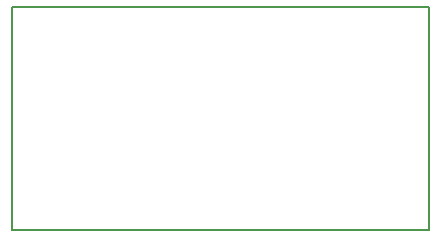
<source format=gbr>
G04 #@! TF.GenerationSoftware,KiCad,Pcbnew,(5.0.1)-rc2*
G04 #@! TF.CreationDate,2019-01-31T01:05:07-05:00*
G04 #@! TF.ProjectId,passive_buffer,706173736976655F6275666665722E6B,rev?*
G04 #@! TF.SameCoordinates,Original*
G04 #@! TF.FileFunction,Profile,NP*
%FSLAX46Y46*%
G04 Gerber Fmt 4.6, Leading zero omitted, Abs format (unit mm)*
G04 Created by KiCad (PCBNEW (5.0.1)-rc2) date 1/31/2019 1:05:07 AM*
%MOMM*%
%LPD*%
G01*
G04 APERTURE LIST*
%ADD10C,0.200000*%
G04 APERTURE END LIST*
D10*
X165811200Y-70561200D02*
X130505200Y-70561200D01*
X165811200Y-89458800D02*
X165811200Y-70561200D01*
X130505200Y-89458800D02*
X165811200Y-89458800D01*
X130505200Y-70561200D02*
X130505200Y-89458800D01*
M02*

</source>
